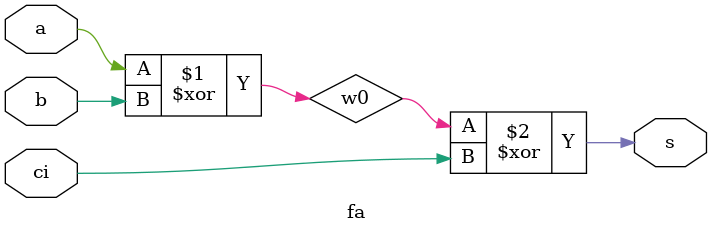
<source format=v>
module fa(a,b,ci,s); //[Lab03] no carry cout adder
	input a, b, ci;
	output s;
	wire w0;
	
	assign w0 = a^b;
	assign s = w0^ci;
endmodule
</source>
